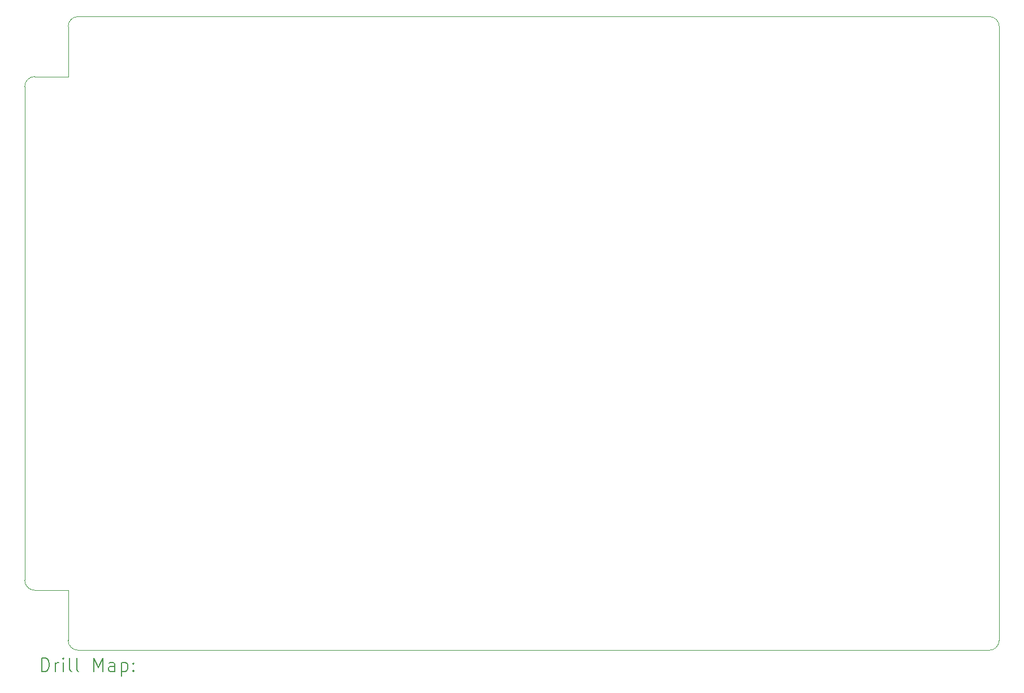
<source format=gbr>
%TF.GenerationSoftware,KiCad,Pcbnew,8.0.7-8.0.7-0~ubuntu22.04.1*%
%TF.CreationDate,2024-12-15T21:04:24+01:00*%
%TF.ProjectId,EEZ DIB 1.2 template,45455a20-4449-4422-9031-2e322074656d,rev?*%
%TF.SameCoordinates,Original*%
%TF.FileFunction,Drillmap*%
%TF.FilePolarity,Positive*%
%FSLAX45Y45*%
G04 Gerber Fmt 4.5, Leading zero omitted, Abs format (unit mm)*
G04 Created by KiCad (PCBNEW 8.0.7-8.0.7-0~ubuntu22.04.1) date 2024-12-15 21:04:24*
%MOMM*%
%LPD*%
G01*
G04 APERTURE LIST*
%ADD10C,0.100000*%
%ADD11C,0.200000*%
G04 APERTURE END LIST*
D10*
X8200110Y-6650360D02*
X7700110Y-6650360D01*
X22000110Y-5750360D02*
G75*
G02*
X22150110Y-5900360I0J-150000D01*
G01*
X7550110Y-6800360D02*
G75*
G02*
X7700110Y-6650360I150000J0D01*
G01*
X22150110Y-15100360D02*
X22150110Y-5900360D01*
X8200110Y-5900360D02*
G75*
G02*
X8350110Y-5750360I150000J0D01*
G01*
X7550110Y-14200360D02*
X7550110Y-6800360D01*
X8200110Y-6650360D02*
X8200110Y-5900360D01*
X22150110Y-15100360D02*
G75*
G02*
X22000110Y-15250360I-150000J0D01*
G01*
X8200110Y-14350360D02*
X7700110Y-14350360D01*
X8350110Y-15250360D02*
G75*
G02*
X8200110Y-15100360I0J150000D01*
G01*
X8350110Y-5750360D02*
X22000110Y-5750360D01*
X8200110Y-15100360D02*
X8200110Y-14350360D01*
X7700110Y-14350360D02*
G75*
G02*
X7550110Y-14200360I0J150000D01*
G01*
X22000110Y-15250360D02*
X8350110Y-15250360D01*
D11*
X7805887Y-15566844D02*
X7805887Y-15366844D01*
X7805887Y-15366844D02*
X7853506Y-15366844D01*
X7853506Y-15366844D02*
X7882077Y-15376368D01*
X7882077Y-15376368D02*
X7901125Y-15395415D01*
X7901125Y-15395415D02*
X7910649Y-15414463D01*
X7910649Y-15414463D02*
X7920172Y-15452558D01*
X7920172Y-15452558D02*
X7920172Y-15481129D01*
X7920172Y-15481129D02*
X7910649Y-15519225D01*
X7910649Y-15519225D02*
X7901125Y-15538272D01*
X7901125Y-15538272D02*
X7882077Y-15557320D01*
X7882077Y-15557320D02*
X7853506Y-15566844D01*
X7853506Y-15566844D02*
X7805887Y-15566844D01*
X8005887Y-15566844D02*
X8005887Y-15433510D01*
X8005887Y-15471606D02*
X8015411Y-15452558D01*
X8015411Y-15452558D02*
X8024934Y-15443034D01*
X8024934Y-15443034D02*
X8043982Y-15433510D01*
X8043982Y-15433510D02*
X8063030Y-15433510D01*
X8129696Y-15566844D02*
X8129696Y-15433510D01*
X8129696Y-15366844D02*
X8120172Y-15376368D01*
X8120172Y-15376368D02*
X8129696Y-15385891D01*
X8129696Y-15385891D02*
X8139220Y-15376368D01*
X8139220Y-15376368D02*
X8129696Y-15366844D01*
X8129696Y-15366844D02*
X8129696Y-15385891D01*
X8253506Y-15566844D02*
X8234458Y-15557320D01*
X8234458Y-15557320D02*
X8224934Y-15538272D01*
X8224934Y-15538272D02*
X8224934Y-15366844D01*
X8358268Y-15566844D02*
X8339220Y-15557320D01*
X8339220Y-15557320D02*
X8329696Y-15538272D01*
X8329696Y-15538272D02*
X8329696Y-15366844D01*
X8586839Y-15566844D02*
X8586839Y-15366844D01*
X8586839Y-15366844D02*
X8653506Y-15509701D01*
X8653506Y-15509701D02*
X8720173Y-15366844D01*
X8720173Y-15366844D02*
X8720173Y-15566844D01*
X8901125Y-15566844D02*
X8901125Y-15462082D01*
X8901125Y-15462082D02*
X8891601Y-15443034D01*
X8891601Y-15443034D02*
X8872554Y-15433510D01*
X8872554Y-15433510D02*
X8834458Y-15433510D01*
X8834458Y-15433510D02*
X8815411Y-15443034D01*
X8901125Y-15557320D02*
X8882077Y-15566844D01*
X8882077Y-15566844D02*
X8834458Y-15566844D01*
X8834458Y-15566844D02*
X8815411Y-15557320D01*
X8815411Y-15557320D02*
X8805887Y-15538272D01*
X8805887Y-15538272D02*
X8805887Y-15519225D01*
X8805887Y-15519225D02*
X8815411Y-15500177D01*
X8815411Y-15500177D02*
X8834458Y-15490653D01*
X8834458Y-15490653D02*
X8882077Y-15490653D01*
X8882077Y-15490653D02*
X8901125Y-15481129D01*
X8996363Y-15433510D02*
X8996363Y-15633510D01*
X8996363Y-15443034D02*
X9015411Y-15433510D01*
X9015411Y-15433510D02*
X9053506Y-15433510D01*
X9053506Y-15433510D02*
X9072554Y-15443034D01*
X9072554Y-15443034D02*
X9082077Y-15452558D01*
X9082077Y-15452558D02*
X9091601Y-15471606D01*
X9091601Y-15471606D02*
X9091601Y-15528748D01*
X9091601Y-15528748D02*
X9082077Y-15547796D01*
X9082077Y-15547796D02*
X9072554Y-15557320D01*
X9072554Y-15557320D02*
X9053506Y-15566844D01*
X9053506Y-15566844D02*
X9015411Y-15566844D01*
X9015411Y-15566844D02*
X8996363Y-15557320D01*
X9177315Y-15547796D02*
X9186839Y-15557320D01*
X9186839Y-15557320D02*
X9177315Y-15566844D01*
X9177315Y-15566844D02*
X9167792Y-15557320D01*
X9167792Y-15557320D02*
X9177315Y-15547796D01*
X9177315Y-15547796D02*
X9177315Y-15566844D01*
X9177315Y-15443034D02*
X9186839Y-15452558D01*
X9186839Y-15452558D02*
X9177315Y-15462082D01*
X9177315Y-15462082D02*
X9167792Y-15452558D01*
X9167792Y-15452558D02*
X9177315Y-15443034D01*
X9177315Y-15443034D02*
X9177315Y-15462082D01*
M02*

</source>
